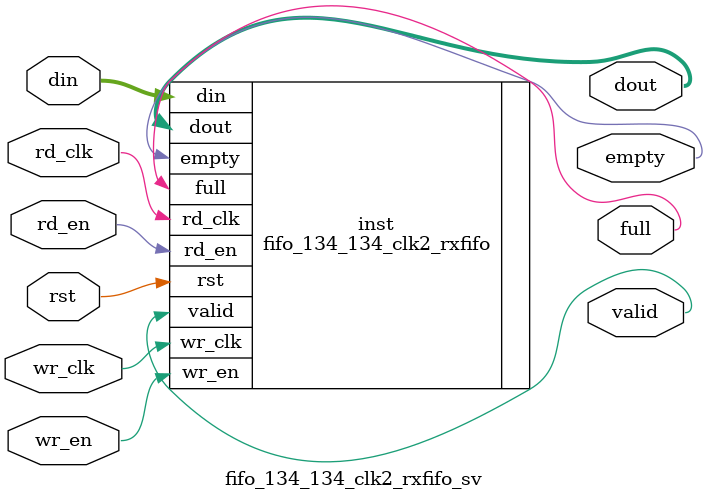
<source format=sv>


`timescale 1ps / 1ps

`include "vivado_interfaces.svh"

module fifo_134_134_clk2_rxfifo_sv (
  (* X_INTERFACE_IGNORE = "true" *)
  input wire rst,
  (* X_INTERFACE_IGNORE = "true" *)
  input wire wr_clk,
  (* X_INTERFACE_IGNORE = "true" *)
  input wire rd_clk,
  (* X_INTERFACE_IGNORE = "true" *)
  input wire [133:0] din,
  (* X_INTERFACE_IGNORE = "true" *)
  input wire wr_en,
  (* X_INTERFACE_IGNORE = "true" *)
  input wire rd_en,
  (* X_INTERFACE_IGNORE = "true" *)
  output wire [133:0] dout,
  (* X_INTERFACE_IGNORE = "true" *)
  output wire full,
  (* X_INTERFACE_IGNORE = "true" *)
  output wire empty,
  (* X_INTERFACE_IGNORE = "true" *)
  output wire valid
);

  fifo_134_134_clk2_rxfifo inst (
    .rst(rst),
    .wr_clk(wr_clk),
    .rd_clk(rd_clk),
    .din(din),
    .wr_en(wr_en),
    .rd_en(rd_en),
    .dout(dout),
    .full(full),
    .empty(empty),
    .valid(valid)
  );

endmodule

</source>
